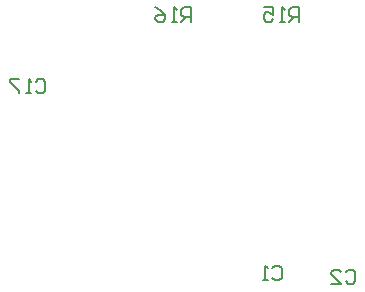
<source format=gbo>
G04 Layer_Color=32896*
%FSLAX25Y25*%
%MOIN*%
G70*
G01*
G75*
%ADD45C,0.00787*%
D45*
X359155Y185530D02*
X359942Y186317D01*
X361516D01*
X362303Y185530D01*
Y182382D01*
X361516Y181595D01*
X359942D01*
X359155Y182382D01*
X357580Y181595D02*
X356006D01*
X356793D01*
Y186317D01*
X357580Y185530D01*
X383564Y184349D02*
X384351Y185136D01*
X385926D01*
X386713Y184349D01*
Y181201D01*
X385926Y180413D01*
X384351D01*
X383564Y181201D01*
X378841Y180413D02*
X381990D01*
X378841Y183562D01*
Y184349D01*
X379628Y185136D01*
X381203D01*
X381990Y184349D01*
X280316Y247833D02*
X281103Y248621D01*
X282677D01*
X283465Y247833D01*
Y244685D01*
X282677Y243898D01*
X281103D01*
X280316Y244685D01*
X278742Y243898D02*
X277167D01*
X277955D01*
Y248621D01*
X278742Y247833D01*
X274806Y248621D02*
X271657D01*
Y247833D01*
X274806Y244685D01*
Y243898D01*
X368012Y267815D02*
Y272538D01*
X365650D01*
X364863Y271751D01*
Y270176D01*
X365650Y269389D01*
X368012D01*
X366438D02*
X364863Y267815D01*
X363289D02*
X361715D01*
X362502D01*
Y272538D01*
X363289Y271751D01*
X356205Y272538D02*
X359353D01*
Y270176D01*
X357779Y270964D01*
X356992D01*
X356205Y270176D01*
Y268602D01*
X356992Y267815D01*
X358566D01*
X359353Y268602D01*
X331988Y267815D02*
Y272538D01*
X329627D01*
X328840Y271751D01*
Y270176D01*
X329627Y269389D01*
X331988D01*
X330414D02*
X328840Y267815D01*
X327265D02*
X325691D01*
X326478D01*
Y272538D01*
X327265Y271751D01*
X320181Y272538D02*
X321755Y271751D01*
X323330Y270176D01*
Y268602D01*
X322542Y267815D01*
X320968D01*
X320181Y268602D01*
Y269389D01*
X320968Y270176D01*
X323330D01*
M02*

</source>
